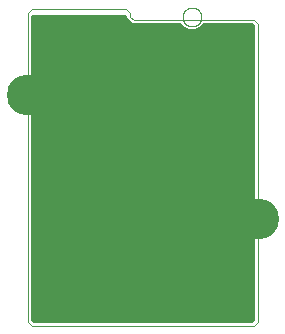
<source format=gbl>
G75*
%MOIN*%
%OFA0B0*%
%FSLAX25Y25*%
%IPPOS*%
%LPD*%
%AMOC8*
5,1,8,0,0,1.08239X$1,22.5*
%
%ADD10C,0.00000*%
%ADD11C,0.13449*%
%ADD12C,0.01200*%
%ADD13C,0.02775*%
D10*
X0008237Y0004725D02*
X0009487Y0003475D01*
X0083549Y0003475D01*
X0084799Y0004725D01*
X0084799Y0104100D01*
X0083549Y0105350D01*
X0043549Y0105350D01*
X0042299Y0106600D01*
X0042299Y0107850D01*
X0041049Y0109100D01*
X0009487Y0109100D01*
X0008237Y0107850D01*
X0008237Y0004725D01*
X0059774Y0106472D02*
X0059776Y0106584D01*
X0059782Y0106695D01*
X0059792Y0106807D01*
X0059806Y0106918D01*
X0059823Y0107028D01*
X0059845Y0107138D01*
X0059871Y0107247D01*
X0059900Y0107355D01*
X0059933Y0107461D01*
X0059970Y0107567D01*
X0060011Y0107671D01*
X0060056Y0107774D01*
X0060104Y0107875D01*
X0060155Y0107974D01*
X0060210Y0108071D01*
X0060269Y0108166D01*
X0060330Y0108260D01*
X0060395Y0108351D01*
X0060464Y0108439D01*
X0060535Y0108525D01*
X0060609Y0108609D01*
X0060687Y0108689D01*
X0060767Y0108767D01*
X0060850Y0108843D01*
X0060935Y0108915D01*
X0061023Y0108984D01*
X0061113Y0109050D01*
X0061206Y0109112D01*
X0061301Y0109172D01*
X0061398Y0109228D01*
X0061496Y0109280D01*
X0061597Y0109329D01*
X0061699Y0109374D01*
X0061803Y0109416D01*
X0061908Y0109454D01*
X0062015Y0109488D01*
X0062122Y0109518D01*
X0062231Y0109545D01*
X0062340Y0109567D01*
X0062451Y0109586D01*
X0062561Y0109601D01*
X0062673Y0109612D01*
X0062784Y0109619D01*
X0062896Y0109622D01*
X0063008Y0109621D01*
X0063120Y0109616D01*
X0063231Y0109607D01*
X0063342Y0109594D01*
X0063453Y0109577D01*
X0063563Y0109557D01*
X0063672Y0109532D01*
X0063780Y0109504D01*
X0063887Y0109471D01*
X0063993Y0109435D01*
X0064097Y0109395D01*
X0064200Y0109352D01*
X0064302Y0109305D01*
X0064401Y0109254D01*
X0064499Y0109200D01*
X0064595Y0109142D01*
X0064689Y0109081D01*
X0064780Y0109017D01*
X0064869Y0108950D01*
X0064956Y0108879D01*
X0065040Y0108805D01*
X0065122Y0108729D01*
X0065200Y0108649D01*
X0065276Y0108567D01*
X0065349Y0108482D01*
X0065419Y0108395D01*
X0065485Y0108305D01*
X0065549Y0108213D01*
X0065609Y0108119D01*
X0065666Y0108023D01*
X0065719Y0107924D01*
X0065769Y0107824D01*
X0065815Y0107723D01*
X0065858Y0107619D01*
X0065897Y0107514D01*
X0065932Y0107408D01*
X0065963Y0107301D01*
X0065991Y0107192D01*
X0066014Y0107083D01*
X0066034Y0106973D01*
X0066050Y0106862D01*
X0066062Y0106751D01*
X0066070Y0106640D01*
X0066074Y0106528D01*
X0066074Y0106416D01*
X0066070Y0106304D01*
X0066062Y0106193D01*
X0066050Y0106082D01*
X0066034Y0105971D01*
X0066014Y0105861D01*
X0065991Y0105752D01*
X0065963Y0105643D01*
X0065932Y0105536D01*
X0065897Y0105430D01*
X0065858Y0105325D01*
X0065815Y0105221D01*
X0065769Y0105120D01*
X0065719Y0105020D01*
X0065666Y0104921D01*
X0065609Y0104825D01*
X0065549Y0104731D01*
X0065485Y0104639D01*
X0065419Y0104549D01*
X0065349Y0104462D01*
X0065276Y0104377D01*
X0065200Y0104295D01*
X0065122Y0104215D01*
X0065040Y0104139D01*
X0064956Y0104065D01*
X0064869Y0103994D01*
X0064780Y0103927D01*
X0064689Y0103863D01*
X0064595Y0103802D01*
X0064499Y0103744D01*
X0064401Y0103690D01*
X0064302Y0103639D01*
X0064200Y0103592D01*
X0064097Y0103549D01*
X0063993Y0103509D01*
X0063887Y0103473D01*
X0063780Y0103440D01*
X0063672Y0103412D01*
X0063563Y0103387D01*
X0063453Y0103367D01*
X0063342Y0103350D01*
X0063231Y0103337D01*
X0063120Y0103328D01*
X0063008Y0103323D01*
X0062896Y0103322D01*
X0062784Y0103325D01*
X0062673Y0103332D01*
X0062561Y0103343D01*
X0062451Y0103358D01*
X0062340Y0103377D01*
X0062231Y0103399D01*
X0062122Y0103426D01*
X0062015Y0103456D01*
X0061908Y0103490D01*
X0061803Y0103528D01*
X0061699Y0103570D01*
X0061597Y0103615D01*
X0061496Y0103664D01*
X0061398Y0103716D01*
X0061301Y0103772D01*
X0061206Y0103832D01*
X0061113Y0103894D01*
X0061023Y0103960D01*
X0060935Y0104029D01*
X0060850Y0104101D01*
X0060767Y0104177D01*
X0060687Y0104255D01*
X0060609Y0104335D01*
X0060535Y0104419D01*
X0060464Y0104505D01*
X0060395Y0104593D01*
X0060330Y0104684D01*
X0060269Y0104778D01*
X0060210Y0104873D01*
X0060155Y0104970D01*
X0060104Y0105069D01*
X0060056Y0105170D01*
X0060011Y0105273D01*
X0059970Y0105377D01*
X0059933Y0105483D01*
X0059900Y0105589D01*
X0059871Y0105697D01*
X0059845Y0105806D01*
X0059823Y0105916D01*
X0059806Y0106026D01*
X0059792Y0106137D01*
X0059782Y0106249D01*
X0059776Y0106360D01*
X0059774Y0106472D01*
D11*
X0007924Y0080350D03*
X0085112Y0039100D03*
D12*
X0083199Y0039578D02*
X0009837Y0039578D01*
X0009837Y0040776D02*
X0083199Y0040776D01*
X0083199Y0041975D02*
X0009837Y0041975D01*
X0009837Y0043173D02*
X0083199Y0043173D01*
X0083199Y0044372D02*
X0009837Y0044372D01*
X0009837Y0045570D02*
X0083199Y0045570D01*
X0083199Y0046769D02*
X0009837Y0046769D01*
X0009837Y0047967D02*
X0083199Y0047967D01*
X0083199Y0049166D02*
X0009837Y0049166D01*
X0009837Y0050364D02*
X0083199Y0050364D01*
X0083199Y0051563D02*
X0009837Y0051563D01*
X0009837Y0052761D02*
X0083199Y0052761D01*
X0083199Y0053960D02*
X0009837Y0053960D01*
X0009837Y0055158D02*
X0083199Y0055158D01*
X0083199Y0056357D02*
X0009837Y0056357D01*
X0009837Y0057555D02*
X0083199Y0057555D01*
X0083199Y0058754D02*
X0009837Y0058754D01*
X0009837Y0059952D02*
X0083199Y0059952D01*
X0083199Y0061151D02*
X0009837Y0061151D01*
X0009837Y0062349D02*
X0083199Y0062349D01*
X0083199Y0063548D02*
X0009837Y0063548D01*
X0009837Y0064746D02*
X0083199Y0064746D01*
X0083199Y0065945D02*
X0009837Y0065945D01*
X0009837Y0067143D02*
X0083199Y0067143D01*
X0083199Y0068342D02*
X0009837Y0068342D01*
X0009837Y0069540D02*
X0083199Y0069540D01*
X0083199Y0070739D02*
X0009837Y0070739D01*
X0009837Y0071937D02*
X0083199Y0071937D01*
X0083199Y0073136D02*
X0009837Y0073136D01*
X0009837Y0074334D02*
X0083199Y0074334D01*
X0083199Y0075533D02*
X0009837Y0075533D01*
X0009837Y0076732D02*
X0083199Y0076732D01*
X0083199Y0077930D02*
X0009837Y0077930D01*
X0009837Y0079129D02*
X0083199Y0079129D01*
X0083199Y0080327D02*
X0009837Y0080327D01*
X0009837Y0081526D02*
X0083199Y0081526D01*
X0083199Y0082724D02*
X0009837Y0082724D01*
X0009837Y0083923D02*
X0083199Y0083923D01*
X0083199Y0085121D02*
X0009837Y0085121D01*
X0009837Y0086320D02*
X0083199Y0086320D01*
X0083199Y0087518D02*
X0009837Y0087518D01*
X0009837Y0088717D02*
X0083199Y0088717D01*
X0083199Y0089915D02*
X0009837Y0089915D01*
X0009837Y0091114D02*
X0083199Y0091114D01*
X0083199Y0092312D02*
X0009837Y0092312D01*
X0009837Y0093511D02*
X0083199Y0093511D01*
X0083199Y0094709D02*
X0009837Y0094709D01*
X0009837Y0095908D02*
X0083199Y0095908D01*
X0083199Y0097106D02*
X0009837Y0097106D01*
X0009837Y0098305D02*
X0083199Y0098305D01*
X0083199Y0099503D02*
X0009837Y0099503D01*
X0009837Y0100702D02*
X0083199Y0100702D01*
X0083199Y0101900D02*
X0064298Y0101900D01*
X0063869Y0101722D02*
X0065615Y0102446D01*
X0066919Y0103750D01*
X0082887Y0103750D01*
X0083199Y0103437D01*
X0083199Y0005388D01*
X0082887Y0005075D01*
X0010150Y0005075D01*
X0009837Y0005388D01*
X0009837Y0106600D01*
X0040699Y0106600D01*
X0040699Y0105937D01*
X0042887Y0103750D01*
X0058929Y0103750D01*
X0060234Y0102446D01*
X0061980Y0101722D01*
X0063869Y0101722D01*
X0061550Y0101900D02*
X0009837Y0101900D01*
X0009837Y0103099D02*
X0059581Y0103099D01*
X0066268Y0103099D02*
X0083199Y0103099D01*
X0042339Y0104297D02*
X0009837Y0104297D01*
X0009837Y0105496D02*
X0041141Y0105496D01*
X0009837Y0038379D02*
X0083199Y0038379D01*
X0083199Y0037181D02*
X0009837Y0037181D01*
X0009837Y0035982D02*
X0083199Y0035982D01*
X0083199Y0034784D02*
X0009837Y0034784D01*
X0009837Y0033585D02*
X0083199Y0033585D01*
X0083199Y0032387D02*
X0009837Y0032387D01*
X0009837Y0031188D02*
X0083199Y0031188D01*
X0083199Y0029990D02*
X0009837Y0029990D01*
X0009837Y0028791D02*
X0083199Y0028791D01*
X0083199Y0027593D02*
X0009837Y0027593D01*
X0009837Y0026394D02*
X0083199Y0026394D01*
X0083199Y0025196D02*
X0009837Y0025196D01*
X0009837Y0023997D02*
X0083199Y0023997D01*
X0083199Y0022799D02*
X0009837Y0022799D01*
X0009837Y0021600D02*
X0083199Y0021600D01*
X0083199Y0020401D02*
X0009837Y0020401D01*
X0009837Y0019203D02*
X0083199Y0019203D01*
X0083199Y0018004D02*
X0009837Y0018004D01*
X0009837Y0016806D02*
X0083199Y0016806D01*
X0083199Y0015607D02*
X0009837Y0015607D01*
X0009837Y0014409D02*
X0083199Y0014409D01*
X0083199Y0013210D02*
X0009837Y0013210D01*
X0009837Y0012012D02*
X0083199Y0012012D01*
X0083199Y0010813D02*
X0009837Y0010813D01*
X0009837Y0009615D02*
X0083199Y0009615D01*
X0083199Y0008416D02*
X0009837Y0008416D01*
X0009837Y0007218D02*
X0083199Y0007218D01*
X0083199Y0006019D02*
X0009837Y0006019D01*
D13*
X0018237Y0010350D03*
X0029487Y0016600D03*
X0030112Y0026600D03*
X0039487Y0026600D03*
X0041987Y0016600D03*
X0056674Y0026600D03*
X0053862Y0042850D03*
X0040112Y0056600D03*
X0026987Y0061600D03*
X0019487Y0035350D03*
X0070112Y0029100D03*
M02*

</source>
